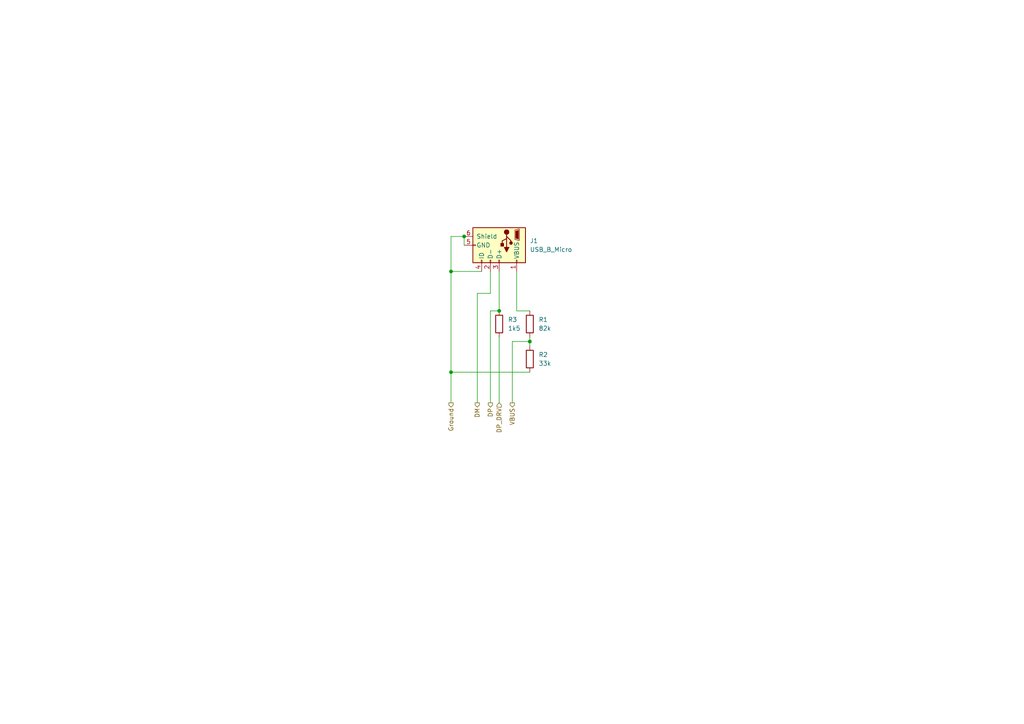
<source format=kicad_sch>
(kicad_sch (version 20230121) (generator eeschema)
  (paper "A4")
  (title_block (title "USB connector assembly") (rev "1.1"))
  (lib_symbols
    (symbol "Connector:USB_B_Micro" (pin_names (offset 1.016))
      (property "Reference" "J" (at -5.08 11.43 0))
      (property "Value" "USB_B_Micro" (at -5.08 8.89 0))
      (symbol "USB_B_Micro_0_1"
        (rectangle (start -5.08 -7.62) (end 5.08 7.62) (stroke (width 0.254)) (fill (type background)))
        (circle (center -3.81 2.159) (radius 0.635) (stroke (width 0.254)) (fill (type outline)))
        (circle (center -0.635 3.429) (radius 0.381) (stroke (width 0.254)) (fill (type outline)))
        (rectangle (start -0.127 -7.62) (end 0.127 -6.858))
        (polyline (pts (xy -1.905 2.159) (xy 0.635 2.159)) (stroke (width 0.254)))
        (polyline (pts (xy -3.175 2.159) (xy -2.54 2.159) (xy -1.27 3.429) (xy -0.635 3.429)) (stroke (width 0.254)))
        (polyline (pts (xy -2.54 2.159) (xy -1.905 2.159) (xy -1.27 0.889) (xy 0 0.889)) (stroke (width 0.254)))
        (polyline (pts (xy 0.635 2.794) (xy 0.635 1.524) (xy 1.905 2.159) (xy 0.635 2.794)) (stroke (width 0.254)) (fill (type outline)))
        (polyline (pts (xy -4.318 5.588) (xy -1.778 5.588) (xy -2.032 4.826) (xy -4.064 4.826) (xy -4.318 5.588)) (fill (type outline)))
        (polyline (pts (xy -4.699 5.842) (xy -4.699 5.588) (xy -4.445 4.826) (xy -4.445 4.572) (xy -1.651 4.572) (xy -1.651 4.826) (xy -1.397 5.588) (xy -1.397 5.842) (xy -4.699 5.842)))
        (rectangle (start 0.254 1.27) (end -0.508 0.508) (stroke (width 0.254)) (fill (type outline)))
        (rectangle (start 5.08 -5.207) (end 4.318 -4.953))
        (rectangle (start 5.08 -2.667) (end 4.318 -2.413))
        (rectangle (start 5.08 -0.127) (end 4.318 0.127))
        (rectangle (start 5.08 4.953) (end 4.318 5.207))
      )
      (symbol "USB_B_Micro_1_1"
        (pin power_out line (at 7.62 5.08 180) (length 2.54) (name "VBUS") (number "1"))
        (pin bidirectional line (at 7.62 -2.54 180) (length 2.54) (name "D-") (number "2"))
        (pin bidirectional line (at 7.62 0 180) (length 2.54) (name "D+") (number "3"))
        (pin passive line (at 7.62 -5.08 180) (length 2.54) (name "ID") (number "4"))
        (pin power_out line (at 0 -10.16 90) (length 2.54) (name "GND") (number "5"))
        (pin passive line (at -2.54 -10.16 90) (length 2.54) (name "Shield") (number "6"))
      )
    )
    (symbol "Device:R" (pin_numbers hide) (pin_names (offset 0))
      (property "Reference" "R" (at 2.032 0 90))
      (property "Value" "R" (at 0 0 90))
      (symbol "R_0_1"
        (rectangle (start -1.016 -2.54) (end 1.016 2.54) (stroke (width 0.254)))
      )
      (symbol "R_1_1"
        (pin passive line (at 0 3.81 270) (length 1.27) (name "~") (number "1"))
        (pin passive line (at 0 -3.81 90) (length 1.27) (name "~") (number "2"))
      )
    )
  )
  (junction (at 130.81 107.95))
  (junction (at 144.78 90.17))
  (junction (at 134.62 68.58))
  (junction (at 153.67 99.06))
  (junction (at 130.81 78.74))
  (wire (pts (xy 142.24 116.84) (xy 142.24 90.17)))
  (wire (pts (xy 130.81 68.58) (xy 130.81 78.74)))
  (wire (pts (xy 149.86 90.17) (xy 153.67 90.17)))
  (wire (pts (xy 149.86 78.74) (xy 149.86 90.17)))
  (wire (pts (xy 144.78 97.79) (xy 144.78 116.84)))
  (wire (pts (xy 138.43 85.09) (xy 142.24 85.09)))
  (wire (pts (xy 130.81 107.95) (xy 130.81 116.84)))
  (wire (pts (xy 142.24 78.74) (xy 142.24 85.09)))
  (wire (pts (xy 130.81 68.58) (xy 134.62 68.58)))
  (wire (pts (xy 153.67 99.06) (xy 153.67 100.33)))
  (wire (pts (xy 153.67 107.95) (xy 130.81 107.95)))
  (wire (pts (xy 153.67 97.79) (xy 153.67 99.06)))
  (wire (pts (xy 142.24 90.17) (xy 144.78 90.17)))
  (wire (pts (xy 130.81 78.74) (xy 130.81 107.95)))
  (wire (pts (xy 148.59 116.84) (xy 148.59 99.06)))
  (wire (pts (xy 134.62 68.58) (xy 134.62 71.12)))
  (wire (pts (xy 144.78 78.74) (xy 144.78 90.17)))
  (wire (pts (xy 148.59 99.06) (xy 153.67 99.06)))
  (wire (pts (xy 138.43 116.84) (xy 138.43 85.09)))
  (wire (pts (xy 130.81 78.74) (xy 139.7 78.74)))
  (hierarchical_label "DP" (shape output) (at 142.24 116.84 270))
  (hierarchical_label "DM" (shape output) (at 138.43 116.84 270))
  (hierarchical_label "Ground" (shape output) (at 130.81 116.84 270))
  (hierarchical_label "DP_DRV" (shape input) (at 144.78 116.84 270))
  (hierarchical_label "VBUS" (shape output) (at 148.59 116.84 270))
  (symbol (lib_id "Connector:USB_B_Micro") (at 144.78 71.12 270) (unit 1)
    (property "Reference" "J1" (at 153.67 69.85 90) (effects (justify left)))
    (property "Value" "USB_B_Micro" (at 153.67 72.39 90) (effects (justify left)))
    (property "Footprint" "Connector_USB:USB_Micro-B_Molex-105017-0001" (effects hide))
  )
  (symbol (lib_id "Device:R") (at 153.67 104.14 0) (unit 1)
    (property "Reference" "R2" (at 156.21 102.87 0) (effects (justify left)))
    (property "Value" "33k" (at 156.21 105.41 0) (effects (justify left)))
    (property "Footprint" "Resistor_SMD:R_0603_1608Metric_Pad0.98x0.95mm_HandSolder" (effects hide))
  )
  (symbol (lib_id "Device:R") (at 153.67 93.98 0) (unit 1)
    (property "Reference" "R1" (at 156.21 92.71 0) (effects (justify left)))
    (property "Value" "82k" (at 156.21 95.25 0) (effects (justify left)))
    (property "Footprint" "Resistor_SMD:R_0603_1608Metric_Pad0.98x0.95mm_HandSolder" (effects hide))
  )
  (symbol (lib_id "Device:R") (at 144.78 93.98 0) (unit 1)
    (property "Reference" "R3" (at 147.32 92.71 0) (effects (justify left)))
    (property "Value" "1k5" (at 147.32 95.25 0) (effects (justify left)))
    (property "Footprint" "Resistor_SMD:R_0603_1608Metric_Pad0.98x0.95mm_HandSolder" (effects hide))
  )
)
</source>
